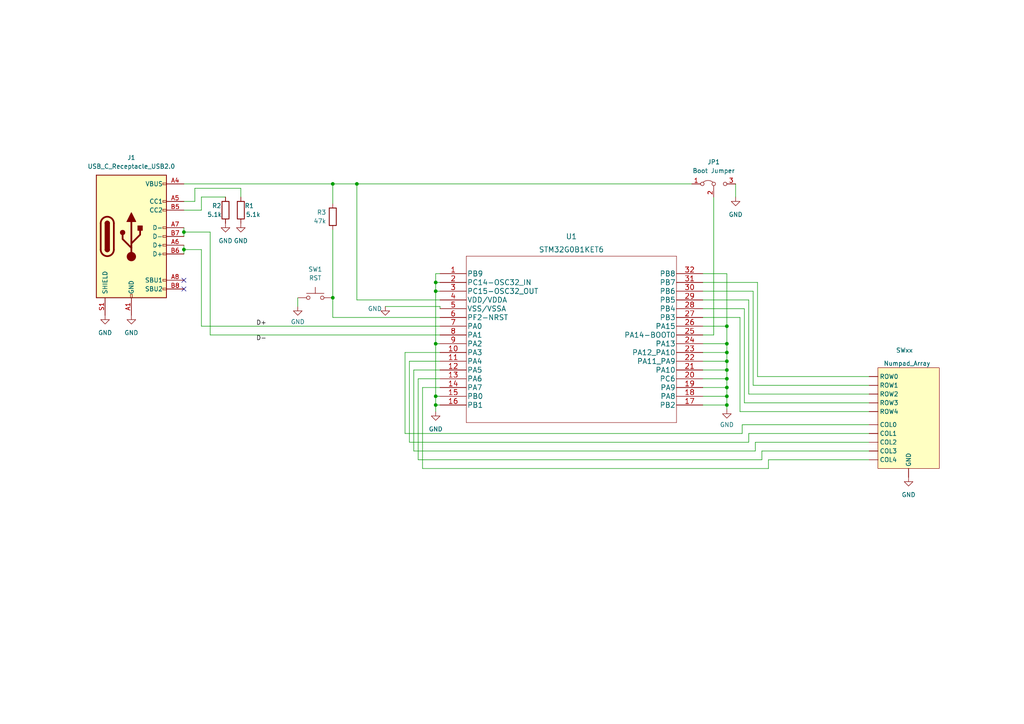
<source format=kicad_sch>
(kicad_sch (version 20211123) (generator eeschema)
  (paper "A4")
  (lib_symbols
    (symbol "Connector:USB_C_Receptacle_USB2.0" (pin_names (offset 1.016))
      (property "Reference" "J" (at -10.16 19.05 0))
      (property "Value" "USB_C_Receptacle_USB2.0" (at 19.05 19.05 0))
      (symbol "USB_C_Receptacle_USB2.0_0_0"
        (rectangle (start -0.254 -17.78) (end 0.254 -16.764))
        (rectangle (start 10.16 -14.986) (end 9.144 -15.494))
        (rectangle (start 10.16 -12.446) (end 9.144 -12.954))
        (rectangle (start 10.16 -4.826) (end 9.144 -5.334))
        (rectangle (start 10.16 -2.286) (end 9.144 -2.794))
        (rectangle (start 10.16 0.254) (end 9.144 -0.254))
        (rectangle (start 10.16 2.794) (end 9.144 2.286))
        (rectangle (start 10.16 7.874) (end 9.144 7.366))
        (rectangle (start 10.16 10.414) (end 9.144 9.906))
        (rectangle (start 10.16 15.494) (end 9.144 14.986))
      )
      (symbol "USB_C_Receptacle_USB2.0_0_1"
        (rectangle (start -10.16 17.78) (end 10.16 -17.78) (stroke (width 0.254)) (fill (type background)))
        (arc (start -8.89 -3.81) (mid -6.985 -5.715) (end -5.08 -3.81) (stroke (width 0.508)))
        (arc (start -7.62 -3.81) (mid -6.985 -4.445) (end -6.35 -3.81) (stroke (width 0.254)))
        (arc (start -7.62 -3.81) (mid -6.985 -4.445) (end -6.35 -3.81) (stroke (width 0.254)) (fill (type outline)))
        (rectangle (start -7.62 -3.81) (end -6.35 3.81) (stroke (width 0.254)) (fill (type outline)))
        (arc (start -6.35 3.81) (mid -6.985 4.445) (end -7.62 3.81) (stroke (width 0.254)))
        (arc (start -6.35 3.81) (mid -6.985 4.445) (end -7.62 3.81) (stroke (width 0.254)) (fill (type outline)))
        (arc (start -5.08 3.81) (mid -6.985 5.715) (end -8.89 3.81) (stroke (width 0.508)))
        (circle (center -2.54 1.143) (radius 0.635) (stroke (width 0.254)) (fill (type outline)))
        (circle (center 0 -5.842) (radius 1.27) (fill (type outline)))
        (polyline (pts (xy -8.89 -3.81) (xy -8.89 3.81)) (stroke (width 0.508)))
        (polyline (pts (xy -5.08 3.81) (xy -5.08 -3.81)) (stroke (width 0.508)))
        (polyline (pts (xy 0 -5.842) (xy 0 4.318)) (stroke (width 0.508)))
        (polyline (pts (xy 0 -3.302) (xy -2.54 -0.762) (xy -2.54 0.508)) (stroke (width 0.508)))
        (polyline (pts (xy 0 -2.032) (xy 2.54 0.508) (xy 2.54 1.778)) (stroke (width 0.508)))
        (polyline (pts (xy -1.27 4.318) (xy 0 6.858) (xy 1.27 4.318) (xy -1.27 4.318)) (stroke (width 0.254)) (fill (type outline)))
        (rectangle (start 1.905 1.778) (end 3.175 3.048) (stroke (width 0.254)) (fill (type outline)))
      )
      (symbol "USB_C_Receptacle_USB2.0_1_1"
        (pin passive line (at 0 -22.86 90) (length 5.08) (name "GND") (number "A1"))
        (pin passive line (at 0 -22.86 90) (length 5.08) hide (name "GND") (number "A12"))
        (pin passive line (at 15.24 15.24 180) (length 5.08) (name "VBUS") (number "A4"))
        (pin bidirectional line (at 15.24 10.16 180) (length 5.08) (name "CC1") (number "A5"))
        (pin bidirectional line (at 15.24 -2.54 180) (length 5.08) (name "D+") (number "A6"))
        (pin bidirectional line (at 15.24 2.54 180) (length 5.08) (name "D-") (number "A7"))
        (pin bidirectional line (at 15.24 -12.7 180) (length 5.08) (name "SBU1") (number "A8"))
        (pin passive line (at 15.24 15.24 180) (length 5.08) hide (name "VBUS") (number "A9"))
        (pin passive line (at 0 -22.86 90) (length 5.08) hide (name "GND") (number "B1"))
        (pin passive line (at 0 -22.86 90) (length 5.08) hide (name "GND") (number "B12"))
        (pin passive line (at 15.24 15.24 180) (length 5.08) hide (name "VBUS") (number "B4"))
        (pin bidirectional line (at 15.24 7.62 180) (length 5.08) (name "CC2") (number "B5"))
        (pin bidirectional line (at 15.24 -5.08 180) (length 5.08) (name "D+") (number "B6"))
        (pin bidirectional line (at 15.24 0 180) (length 5.08) (name "D-") (number "B7"))
        (pin bidirectional line (at 15.24 -15.24 180) (length 5.08) (name "SBU2") (number "B8"))
        (pin passive line (at 15.24 15.24 180) (length 5.08) hide (name "VBUS") (number "B9"))
        (pin passive line (at -7.62 -22.86 90) (length 5.08) (name "SHIELD") (number "S1"))
      )
    )
    (symbol "Device:R" (pin_numbers hide) (pin_names (offset 0))
      (property "Reference" "R" (at 2.032 0 90))
      (property "Value" "R" (at 0 0 90))
      (symbol "R_0_1"
        (rectangle (start -1.016 -2.54) (end 1.016 2.54) (stroke (width 0.254)))
      )
      (symbol "R_1_1"
        (pin passive line (at 0 3.81 270) (length 1.27) (name "~") (number "1"))
        (pin passive line (at 0 -3.81 90) (length 1.27) (name "~") (number "2"))
      )
    )
    (symbol "Jumper:Jumper_3_Bridged12" (pin_names (offset 0) hide)
      (property "Reference" "JP" (at -2.54 -2.54 0))
      (property "Value" "Jumper_3_Bridged12" (at 0 2.794 0))
      (symbol "Jumper_3_Bridged12_0_0"
        (circle (center -3.302 0) (radius 0.508))
        (circle (center 0 0) (radius 0.508))
        (circle (center 3.302 0) (radius 0.508))
      )
      (symbol "Jumper_3_Bridged12_0_1"
        (arc (start -0.254 0.508) (mid -1.651 0.9912) (end -3.048 0.508))
        (polyline (pts (xy 0 -1.27) (xy 0 -0.508)))
      )
      (symbol "Jumper_3_Bridged12_1_1"
        (pin passive line (at -6.35 0 0) (length 2.54) (name "A") (number "1"))
        (pin passive line (at 0 -3.81 90) (length 2.54) (name "C") (number "2"))
        (pin passive line (at 6.35 0 180) (length 2.54) (name "B") (number "3"))
      )
    )
    (symbol "Keyboard_Layouts:Numpad_Array" (in_bom no)
      (property "Reference" "U?" (at 1.27 16.51 0))
      (property "Value" "Numpad_Array" (at 6.35 12.7 0))
      (symbol "Numpad_Array_0_1"
        (rectangle (start -8.89 11.43) (end 8.89 -17.78) (fill (type background)))
      )
      (symbol "Numpad_Array_1_1"
        (pin input line (at -11.43 -5.08 0) (length 2.54) (name "COL0") (number ""))
        (pin input line (at -11.43 -7.62 0) (length 2.54) (name "COL1") (number ""))
        (pin input line (at -11.43 -10.16 0) (length 2.54) (name "COL2") (number ""))
        (pin input line (at -11.43 -12.7 0) (length 2.54) (name "COL3") (number ""))
        (pin input line (at -11.43 -15.24 0) (length 2.54) (name "COL4") (number ""))
        (pin output line (at 0 -20.32 90) (length 2.54) (name "GND") (number ""))
        (pin input line (at -11.43 8.89 0) (length 2.54) (name "ROW0") (number ""))
        (pin input line (at -11.43 6.35 0) (length 2.54) (name "ROW1") (number ""))
        (pin input line (at -11.43 3.81 0) (length 2.54) (name "ROW2") (number ""))
        (pin input line (at -11.43 1.27 0) (length 2.54) (name "ROW3") (number ""))
        (pin input line (at -11.43 -1.27 0) (length 2.54) (name "ROW4") (number ""))
      )
    )
    (symbol "STM32G0B1KE:STM32G0B1KET6" (pin_names (offset 0.254))
      (property "Reference" "U" (at 38.1 10.16 0))
      (property "Value" "STM32G0B1KET6" (at 38.1 7.62 0))
      (symbol "STM32G0B1KET6_1_1"
        (polyline (pts (xy 7.62 -43.18) (xy 68.58 -43.18)) (stroke (width 0.127)))
        (polyline (pts (xy 7.62 5.08) (xy 7.62 -43.18)) (stroke (width 0.127)))
        (polyline (pts (xy 68.58 -43.18) (xy 68.58 5.08)) (stroke (width 0.127)))
        (polyline (pts (xy 68.58 5.08) (xy 7.62 5.08)) (stroke (width 0.127)))
        (pin bidirectional line (at 0 0 0) (length 7.62) (name "PB9") (number "1"))
        (pin bidirectional line (at 0 -22.86 0) (length 7.62) (name "PA3") (number "10"))
        (pin bidirectional line (at 0 -25.4 0) (length 7.62) (name "PA4") (number "11"))
        (pin bidirectional line (at 0 -27.94 0) (length 7.62) (name "PA5") (number "12"))
        (pin bidirectional line (at 0 -30.48 0) (length 7.62) (name "PA6") (number "13"))
        (pin bidirectional line (at 0 -33.02 0) (length 7.62) (name "PA7") (number "14"))
        (pin bidirectional line (at 0 -35.56 0) (length 7.62) (name "PB0") (number "15"))
        (pin bidirectional line (at 0 -38.1 0) (length 7.62) (name "PB1") (number "16"))
        (pin bidirectional line (at 76.2 -38.1 180) (length 7.62) (name "PB2") (number "17"))
        (pin bidirectional line (at 76.2 -35.56 180) (length 7.62) (name "PA8") (number "18"))
        (pin bidirectional line (at 76.2 -33.02 180) (length 7.62) (name "PA9") (number "19"))
        (pin bidirectional line (at 0 -2.54 0) (length 7.62) (name "PC14-OSC32_IN") (number "2"))
        (pin bidirectional line (at 76.2 -30.48 180) (length 7.62) (name "PC6") (number "20"))
        (pin bidirectional line (at 76.2 -27.94 180) (length 7.62) (name "PA10") (number "21"))
        (pin bidirectional line (at 76.2 -25.4 180) (length 7.62) (name "PA11_PA9") (number "22"))
        (pin bidirectional line (at 76.2 -22.86 180) (length 7.62) (name "PA12_PA10") (number "23"))
        (pin bidirectional line (at 76.2 -20.32 180) (length 7.62) (name "PA13") (number "24"))
        (pin bidirectional line (at 76.2 -17.78 180) (length 7.62) (name "PA14-BOOT0") (number "25"))
        (pin bidirectional line (at 76.2 -15.24 180) (length 7.62) (name "PA15") (number "26"))
        (pin bidirectional line (at 76.2 -12.7 180) (length 7.62) (name "PB3") (number "27"))
        (pin bidirectional line (at 76.2 -10.16 180) (length 7.62) (name "PB4") (number "28"))
        (pin bidirectional line (at 76.2 -7.62 180) (length 7.62) (name "PB5") (number "29"))
        (pin output line (at 0 -5.08 0) (length 7.62) (name "PC15-OSC32_OUT") (number "3"))
        (pin bidirectional line (at 76.2 -5.08 180) (length 7.62) (name "PB6") (number "30"))
        (pin bidirectional line (at 76.2 -2.54 180) (length 7.62) (name "PB7") (number "31"))
        (pin bidirectional line (at 76.2 0 180) (length 7.62) (name "PB8") (number "32"))
        (pin power_in line (at 0 -7.62 0) (length 7.62) (name "VDD/VDDA") (number "4"))
        (pin power_in line (at 0 -10.16 0) (length 7.62) (name "VSS/VSSA") (number "5"))
        (pin unspecified line (at 0 -12.7 0) (length 7.62) (name "PF2-NRST") (number "6"))
        (pin bidirectional line (at 0 -15.24 0) (length 7.62) (name "PA0") (number "7"))
        (pin bidirectional line (at 0 -17.78 0) (length 7.62) (name "PA1") (number "8"))
        (pin bidirectional line (at 0 -20.32 0) (length 7.62) (name "PA2") (number "9"))
      )
    )
    (symbol "Switch:SW_Push" (pin_numbers hide) (pin_names (offset 1.016) hide)
      (property "Reference" "SW" (at 1.27 2.54 0))
      (property "Value" "SW_Push" (at 0 -1.524 0))
      (symbol "SW_Push_0_1"
        (circle (center -2.032 0) (radius 0.508))
        (polyline (pts (xy 0 1.27) (xy 0 3.048)))
        (polyline (pts (xy 2.54 1.27) (xy -2.54 1.27)))
        (circle (center 2.032 0) (radius 0.508))
        (pin passive line (at -5.08 0 0) (length 2.54) (name "1") (number "1"))
        (pin passive line (at 5.08 0 180) (length 2.54) (name "2") (number "2"))
      )
    )
    (symbol "power:GND" (power) (pin_names (offset 0))
      (property "Value" "GND" (at 0 -3.81 0))
      (symbol "GND_0_1"
        (polyline (pts (xy 0 0) (xy 0 -1.27) (xy 1.27 -1.27) (xy 0 -2.54) (xy -1.27 -1.27) (xy 0 -1.27)))
      )
      (symbol "GND_1_1"
        (pin power_in line (at 0 0 270) (length 0) hide (name "GND") (number "1"))
      )
    )
  )
  (junction (at 103.505 53.34))
  (junction (at 126.365 114.935))
  (junction (at 210.82 114.935))
  (junction (at 96.52 53.34))
  (junction (at 210.82 104.775))
  (junction (at 53.34 67.31))
  (junction (at 126.365 117.475))
  (junction (at 126.365 99.695))
  (junction (at 210.82 102.235))
  (junction (at 210.82 107.315))
  (junction (at 210.82 109.855))
  (junction (at 210.82 112.395))
  (junction (at 210.82 117.475))
  (junction (at 126.365 84.455))
  (junction (at 126.365 81.915))
  (junction (at 96.52 86.36))
  (junction (at 210.82 94.615))
  (junction (at 210.82 99.695))
  (junction (at 53.34 72.39))
  (no_connect (at 53.34 83.82))
  (no_connect (at 53.34 81.28))
  (wire (pts (xy 53.34 67.31) (xy 60.96 67.31)))
  (wire (pts (xy 219.71 81.915) (xy 219.71 109.22)))
  (wire (pts (xy 118.745 128.27) (xy 217.17 128.27)))
  (wire (pts (xy 218.44 84.455) (xy 203.835 84.455)))
  (wire (pts (xy 58.42 57.15) (xy 65.405 57.15)))
  (wire (pts (xy 118.745 104.775) (xy 127.635 104.775)))
  (wire (pts (xy 126.365 99.695) (xy 127.635 99.695)))
  (wire (pts (xy 111.76 88.9) (xy 127.635 88.9)))
  (wire (pts (xy 127.635 112.395) (xy 122.555 112.395)))
  (wire (pts (xy 218.44 84.455) (xy 218.44 111.76)))
  (wire (pts (xy 215.265 125.73) (xy 215.265 123.19)))
  (wire (pts (xy 203.835 117.475) (xy 210.82 117.475)))
  (wire (pts (xy 118.745 128.27) (xy 118.745 104.775)))
  (wire (pts (xy 219.075 130.81) (xy 219.075 128.27)))
  (wire (pts (xy 203.835 92.075) (xy 214.63 92.075)))
  (wire (pts (xy 60.96 97.155) (xy 127.635 97.155)))
  (wire (pts (xy 117.475 125.73) (xy 215.265 125.73)))
  (wire (pts (xy 203.835 86.995) (xy 217.17 86.995)))
  (wire (pts (xy 203.835 114.935) (xy 210.82 114.935)))
  (wire (pts (xy 126.365 81.915) (xy 127.635 81.915)))
  (wire (pts (xy 126.365 99.695) (xy 126.365 114.935)))
  (wire (pts (xy 53.34 58.42) (xy 56.515 58.42)))
  (wire (pts (xy 217.17 125.73) (xy 217.17 128.27)))
  (wire (pts (xy 215.9 89.535) (xy 203.835 89.535)))
  (wire (pts (xy 203.835 94.615) (xy 210.82 94.615)))
  (wire (pts (xy 127.635 88.9) (xy 127.635 89.535)))
  (wire (pts (xy 252.095 125.73) (xy 217.17 125.73)))
  (wire (pts (xy 203.835 107.315) (xy 210.82 107.315)))
  (wire (pts (xy 96.52 53.34) (xy 103.505 53.34)))
  (wire (pts (xy 56.515 54.61) (xy 69.85 54.61)))
  (wire (pts (xy 60.96 67.31) (xy 60.96 97.155)))
  (wire (pts (xy 126.365 114.935) (xy 127.635 114.935)))
  (wire (pts (xy 96.52 86.36) (xy 96.52 92.075)))
  (wire (pts (xy 121.285 109.855) (xy 127.635 109.855)))
  (wire (pts (xy 203.835 81.915) (xy 219.71 81.915)))
  (wire (pts (xy 252.095 130.81) (xy 220.98 130.81)))
  (wire (pts (xy 122.555 112.395) (xy 122.555 135.89)))
  (wire (pts (xy 203.835 112.395) (xy 210.82 112.395)))
  (wire (pts (xy 215.9 89.535) (xy 215.9 116.84)))
  (wire (pts (xy 210.82 104.775) (xy 210.82 107.315)))
  (wire (pts (xy 96.52 66.675) (xy 96.52 86.36)))
  (wire (pts (xy 210.82 114.935) (xy 210.82 117.475)))
  (wire (pts (xy 217.17 114.3) (xy 252.095 114.3)))
  (wire (pts (xy 96.52 53.34) (xy 96.52 59.055)))
  (wire (pts (xy 213.36 53.34) (xy 213.36 57.15)))
  (wire (pts (xy 127.635 107.315) (xy 120.015 107.315)))
  (wire (pts (xy 210.82 99.695) (xy 210.82 102.235)))
  (wire (pts (xy 252.095 119.38) (xy 214.63 119.38)))
  (wire (pts (xy 217.17 86.995) (xy 217.17 114.3)))
  (wire (pts (xy 214.63 119.38) (xy 214.63 92.075)))
  (wire (pts (xy 53.34 60.96) (xy 58.42 60.96)))
  (wire (pts (xy 103.505 86.995) (xy 127.635 86.995)))
  (wire (pts (xy 203.835 109.855) (xy 210.82 109.855)))
  (wire (pts (xy 103.505 53.34) (xy 103.505 86.995)))
  (wire (pts (xy 126.365 79.375) (xy 126.365 81.915)))
  (wire (pts (xy 207.01 57.15) (xy 207.01 97.155)))
  (wire (pts (xy 117.475 102.235) (xy 117.475 125.73)))
  (wire (pts (xy 58.42 94.615) (xy 127.635 94.615)))
  (wire (pts (xy 120.015 130.81) (xy 219.075 130.81)))
  (wire (pts (xy 210.82 79.375) (xy 210.82 94.615)))
  (wire (pts (xy 122.555 135.89) (xy 222.885 135.89)))
  (wire (pts (xy 127.635 79.375) (xy 126.365 79.375)))
  (wire (pts (xy 219.71 109.22) (xy 252.095 109.22)))
  (wire (pts (xy 210.82 117.475) (xy 210.82 118.745)))
  (wire (pts (xy 126.365 84.455) (xy 126.365 99.695)))
  (wire (pts (xy 210.82 112.395) (xy 210.82 114.935)))
  (wire (pts (xy 220.98 130.81) (xy 220.98 133.35)))
  (wire (pts (xy 53.34 71.12) (xy 53.34 72.39)))
  (wire (pts (xy 203.835 79.375) (xy 210.82 79.375)))
  (wire (pts (xy 56.515 58.42) (xy 56.515 54.61)))
  (wire (pts (xy 210.82 102.235) (xy 210.82 104.775)))
  (wire (pts (xy 127.635 102.235) (xy 117.475 102.235)))
  (wire (pts (xy 53.34 72.39) (xy 58.42 72.39)))
  (wire (pts (xy 210.82 94.615) (xy 210.82 99.695)))
  (wire (pts (xy 53.34 67.31) (xy 53.34 68.58)))
  (wire (pts (xy 121.285 133.35) (xy 220.98 133.35)))
  (wire (pts (xy 53.34 72.39) (xy 53.34 73.66)))
  (wire (pts (xy 58.42 60.96) (xy 58.42 57.15)))
  (wire (pts (xy 203.835 99.695) (xy 210.82 99.695)))
  (wire (pts (xy 69.85 54.61) (xy 69.85 57.15)))
  (wire (pts (xy 215.9 116.84) (xy 252.095 116.84)))
  (wire (pts (xy 126.365 117.475) (xy 127.635 117.475)))
  (wire (pts (xy 53.34 53.34) (xy 96.52 53.34)))
  (wire (pts (xy 218.44 111.76) (xy 252.095 111.76)))
  (wire (pts (xy 210.82 107.315) (xy 210.82 109.855)))
  (wire (pts (xy 120.015 107.315) (xy 120.015 130.81)))
  (wire (pts (xy 96.52 92.075) (xy 127.635 92.075)))
  (wire (pts (xy 126.365 117.475) (xy 126.365 119.38)))
  (wire (pts (xy 103.505 53.34) (xy 200.66 53.34)))
  (wire (pts (xy 222.885 135.89) (xy 222.885 133.35)))
  (wire (pts (xy 121.285 133.35) (xy 121.285 109.855)))
  (wire (pts (xy 207.01 97.155) (xy 203.835 97.155)))
  (wire (pts (xy 126.365 84.455) (xy 127.635 84.455)))
  (wire (pts (xy 53.34 66.04) (xy 53.34 67.31)))
  (wire (pts (xy 215.265 123.19) (xy 252.095 123.19)))
  (wire (pts (xy 86.36 86.36) (xy 86.36 88.9)))
  (wire (pts (xy 126.365 114.935) (xy 126.365 117.475)))
  (wire (pts (xy 126.365 81.915) (xy 126.365 84.455)))
  (wire (pts (xy 219.075 128.27) (xy 252.095 128.27)))
  (wire (pts (xy 203.835 104.775) (xy 210.82 104.775)))
  (wire (pts (xy 58.42 72.39) (xy 58.42 94.615)))
  (wire (pts (xy 222.885 133.35) (xy 252.095 133.35)))
  (wire (pts (xy 203.835 102.235) (xy 210.82 102.235)))
  (wire (pts (xy 210.82 109.855) (xy 210.82 112.395)))
  (label "D-" (at 74.295 99.06 0))
  (label "D+" (at 74.295 94.615 0))
  (symbol (lib_id "Device:R") (at 65.405 60.96 0) (unit 1)
    (property "Reference" "R2" (at 62.865 59.69 0))
    (property "Value" "5.1k" (at 62.23 62.23 0))
  )
  (symbol (lib_id "power:GND") (at 126.365 119.38 0) (unit 1)
    (property "Reference" "#PWR?" (effects hide))
    (property "Value" "GND" (at 126.365 124.46 0))
  )
  (symbol (lib_id "power:GND") (at 38.1 91.44 0) (unit 1)
    (property "Reference" "#PWR?" (effects hide))
    (property "Value" "GND" (at 38.1 96.52 0))
  )
  (symbol (lib_id "power:GND") (at 210.82 118.745 0) (unit 1)
    (property "Reference" "#PWR?" (effects hide))
    (property "Value" "GND" (at 210.82 123.19 0))
  )
  (symbol (lib_id "Jumper:Jumper_3_Bridged12") (at 207.01 53.34 0) (unit 1)
    (property "Reference" "JP1" (at 207.01 46.99 0))
    (property "Value" "Boot Jumper" (at 207.01 49.53 0))
  )
  (symbol (lib_id "Device:R") (at 96.52 62.865 180) (unit 1)
    (property "Reference" "R3" (at 94.615 61.595 0) (effects (justify left)))
    (property "Value" "47k" (at 94.615 64.135 0) (effects (justify left)))
  )
  (symbol (lib_id "Switch:SW_Push") (at 91.44 86.36 0) (unit 1)
    (property "Reference" "SW1" (at 91.44 78.105 0))
    (property "Value" "RST" (at 91.44 80.645 0))
  )
  (symbol (lib_id "Keyboard_Layouts:Numpad_Array") (at 263.525 118.11 0) (unit 1) (in_bom no)
    (property "Reference" "SWxx" (at 264.795 101.6 0) (effects (justify right)))
    (property "Value" "Numpad_Array" (at 269.875 105.41 0) (effects (justify right)))
  )
  (symbol (lib_id "power:GND") (at 69.85 64.77 0) (unit 1)
    (property "Reference" "#PWR?" (effects hide))
    (property "Value" "GND" (at 69.85 69.85 0))
  )
  (symbol (lib_id "power:GND") (at 65.405 64.77 0) (unit 1)
    (property "Reference" "#PWR?" (effects hide))
    (property "Value" "GND" (at 65.405 69.85 0))
  )
  (symbol (lib_id "power:GND") (at 111.76 88.9 0) (unit 1)
    (property "Reference" "#PWR?" (effects hide))
    (property "Value" "GND" (at 106.68 89.535 0) (effects (justify left)))
  )
  (symbol (lib_id "STM32G0B1KE:STM32G0B1KET6") (at 127.635 79.375 0) (unit 1)
    (property "Reference" "U1" (at 165.735 68.58 0) (effects (font (size 1.524 1.524))))
    (property "Value" "STM32G0B1KET6" (at 165.735 72.39 0) (effects (font (size 1.524 1.524))))
    (property "Footprint" "LQFP_0B1KET6_STM" (effects hide))
  )
  (symbol (lib_id "Device:R") (at 69.85 60.96 180) (unit 1)
    (property "Reference" "R1" (at 73.66 59.69 0) (effects (justify left)))
    (property "Value" "5.1k" (at 75.565 62.23 0) (effects (justify left)))
  )
  (symbol (lib_id "power:GND") (at 30.48 91.44 0) (unit 1)
    (property "Reference" "#PWR?" (effects hide))
    (property "Value" "GND" (at 30.48 96.52 0))
  )
  (symbol (lib_id "power:GND") (at 213.36 57.15 0) (unit 1)
    (property "Reference" "#PWR?" (effects hide))
    (property "Value" "GND" (at 213.36 62.23 0))
  )
  (symbol (lib_id "power:GND") (at 263.525 138.43 0) (unit 1)
    (property "Reference" "#PWR?" (effects hide))
    (property "Value" "GND" (at 263.525 143.51 0))
  )
  (symbol (lib_id "Connector:USB_C_Receptacle_USB2.0") (at 38.1 68.58 0) (unit 1)
    (property "Reference" "J1" (at 38.1 45.72 0))
    (property "Value" "USB_C_Receptacle_USB2.0" (at 38.1 48.26 0))
    (property "Datasheet" "https://www.usb.org/sites/default/files/documents/usb_type-c.zip" (effects hide))
  )
  (symbol (lib_id "power:GND") (at 86.36 88.9 0) (unit 1)
    (property "Reference" "#PWR?" (effects hide))
    (property "Value" "GND" (at 86.36 93.345 0))
  )
)
</source>
